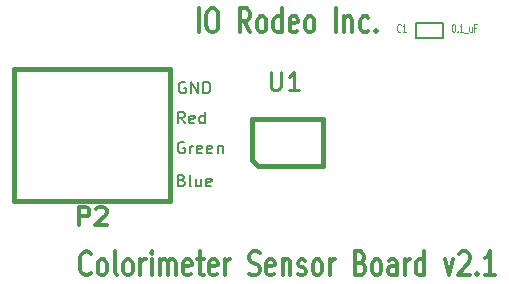
<source format=gto>
G04 (created by PCBNEW-RS274X (2011-07-19)-testing) date Fri 02 Mar 2012 03:23:15 PM PST*
G01*
G70*
G90*
%MOIN*%
G04 Gerber Fmt 3.4, Leading zero omitted, Abs format*
%FSLAX34Y34*%
G04 APERTURE LIST*
%ADD10C,0.006000*%
%ADD11C,0.007900*%
%ADD12C,0.012000*%
%ADD13C,0.015000*%
%ADD14C,0.005000*%
%ADD15C,0.009800*%
%ADD16C,0.004500*%
G04 APERTURE END LIST*
G54D10*
G54D11*
X55478Y-26253D02*
X55534Y-26272D01*
X55553Y-26291D01*
X55572Y-26328D01*
X55572Y-26384D01*
X55553Y-26422D01*
X55534Y-26441D01*
X55497Y-26459D01*
X55347Y-26459D01*
X55347Y-26065D01*
X55478Y-26065D01*
X55516Y-26084D01*
X55534Y-26103D01*
X55553Y-26141D01*
X55553Y-26178D01*
X55534Y-26216D01*
X55516Y-26234D01*
X55478Y-26253D01*
X55347Y-26253D01*
X55797Y-26459D02*
X55760Y-26441D01*
X55741Y-26403D01*
X55741Y-26065D01*
X56116Y-26197D02*
X56116Y-26459D01*
X55947Y-26197D02*
X55947Y-26403D01*
X55966Y-26441D01*
X56003Y-26459D01*
X56059Y-26459D01*
X56097Y-26441D01*
X56116Y-26422D01*
X56453Y-26441D02*
X56415Y-26459D01*
X56340Y-26459D01*
X56303Y-26441D01*
X56284Y-26403D01*
X56284Y-26253D01*
X56303Y-26216D01*
X56340Y-26197D01*
X56415Y-26197D01*
X56453Y-26216D01*
X56472Y-26253D01*
X56472Y-26291D01*
X56284Y-26328D01*
X55565Y-24984D02*
X55528Y-24965D01*
X55471Y-24965D01*
X55415Y-24984D01*
X55378Y-25022D01*
X55359Y-25059D01*
X55340Y-25134D01*
X55340Y-25191D01*
X55359Y-25266D01*
X55378Y-25303D01*
X55415Y-25341D01*
X55471Y-25359D01*
X55509Y-25359D01*
X55565Y-25341D01*
X55584Y-25322D01*
X55584Y-25191D01*
X55509Y-25191D01*
X55753Y-25359D02*
X55753Y-25097D01*
X55753Y-25172D02*
X55772Y-25134D01*
X55790Y-25116D01*
X55828Y-25097D01*
X55865Y-25097D01*
X56147Y-25341D02*
X56109Y-25359D01*
X56034Y-25359D01*
X55997Y-25341D01*
X55978Y-25303D01*
X55978Y-25153D01*
X55997Y-25116D01*
X56034Y-25097D01*
X56109Y-25097D01*
X56147Y-25116D01*
X56166Y-25153D01*
X56166Y-25191D01*
X55978Y-25228D01*
X56485Y-25341D02*
X56447Y-25359D01*
X56372Y-25359D01*
X56335Y-25341D01*
X56316Y-25303D01*
X56316Y-25153D01*
X56335Y-25116D01*
X56372Y-25097D01*
X56447Y-25097D01*
X56485Y-25116D01*
X56504Y-25153D01*
X56504Y-25191D01*
X56316Y-25228D01*
X56673Y-25097D02*
X56673Y-25359D01*
X56673Y-25134D02*
X56692Y-25116D01*
X56729Y-25097D01*
X56785Y-25097D01*
X56823Y-25116D01*
X56842Y-25153D01*
X56842Y-25359D01*
X55575Y-24359D02*
X55444Y-24172D01*
X55350Y-24359D02*
X55350Y-23965D01*
X55500Y-23965D01*
X55537Y-23984D01*
X55556Y-24003D01*
X55575Y-24041D01*
X55575Y-24097D01*
X55556Y-24134D01*
X55537Y-24153D01*
X55500Y-24172D01*
X55350Y-24172D01*
X55894Y-24341D02*
X55856Y-24359D01*
X55781Y-24359D01*
X55744Y-24341D01*
X55725Y-24303D01*
X55725Y-24153D01*
X55744Y-24116D01*
X55781Y-24097D01*
X55856Y-24097D01*
X55894Y-24116D01*
X55913Y-24153D01*
X55913Y-24191D01*
X55725Y-24228D01*
X56251Y-24359D02*
X56251Y-23965D01*
X56251Y-24341D02*
X56213Y-24359D01*
X56138Y-24359D01*
X56101Y-24341D01*
X56082Y-24322D01*
X56063Y-24284D01*
X56063Y-24172D01*
X56082Y-24134D01*
X56101Y-24116D01*
X56138Y-24097D01*
X56213Y-24097D01*
X56251Y-24116D01*
X55600Y-22984D02*
X55563Y-22965D01*
X55506Y-22965D01*
X55450Y-22984D01*
X55413Y-23022D01*
X55394Y-23059D01*
X55375Y-23134D01*
X55375Y-23191D01*
X55394Y-23266D01*
X55413Y-23303D01*
X55450Y-23341D01*
X55506Y-23359D01*
X55544Y-23359D01*
X55600Y-23341D01*
X55619Y-23322D01*
X55619Y-23191D01*
X55544Y-23191D01*
X55788Y-23359D02*
X55788Y-22965D01*
X56013Y-23359D01*
X56013Y-22965D01*
X56201Y-23359D02*
X56201Y-22965D01*
X56295Y-22965D01*
X56351Y-22984D01*
X56388Y-23022D01*
X56407Y-23059D01*
X56426Y-23134D01*
X56426Y-23191D01*
X56407Y-23266D01*
X56388Y-23303D01*
X56351Y-23341D01*
X56295Y-23359D01*
X56201Y-23359D01*
G54D12*
X56043Y-21324D02*
X56043Y-20524D01*
X56443Y-20524D02*
X56557Y-20524D01*
X56615Y-20562D01*
X56672Y-20638D01*
X56700Y-20790D01*
X56700Y-21057D01*
X56672Y-21210D01*
X56615Y-21286D01*
X56557Y-21324D01*
X56443Y-21324D01*
X56386Y-21286D01*
X56329Y-21210D01*
X56300Y-21057D01*
X56300Y-20790D01*
X56329Y-20638D01*
X56386Y-20562D01*
X56443Y-20524D01*
X57758Y-21324D02*
X57558Y-20943D01*
X57415Y-21324D02*
X57415Y-20524D01*
X57643Y-20524D01*
X57701Y-20562D01*
X57729Y-20600D01*
X57758Y-20676D01*
X57758Y-20790D01*
X57729Y-20867D01*
X57701Y-20905D01*
X57643Y-20943D01*
X57415Y-20943D01*
X58101Y-21324D02*
X58043Y-21286D01*
X58015Y-21248D01*
X57986Y-21171D01*
X57986Y-20943D01*
X58015Y-20867D01*
X58043Y-20829D01*
X58101Y-20790D01*
X58186Y-20790D01*
X58243Y-20829D01*
X58272Y-20867D01*
X58301Y-20943D01*
X58301Y-21171D01*
X58272Y-21248D01*
X58243Y-21286D01*
X58186Y-21324D01*
X58101Y-21324D01*
X58815Y-21324D02*
X58815Y-20524D01*
X58815Y-21286D02*
X58758Y-21324D01*
X58644Y-21324D01*
X58586Y-21286D01*
X58558Y-21248D01*
X58529Y-21171D01*
X58529Y-20943D01*
X58558Y-20867D01*
X58586Y-20829D01*
X58644Y-20790D01*
X58758Y-20790D01*
X58815Y-20829D01*
X59329Y-21286D02*
X59272Y-21324D01*
X59158Y-21324D01*
X59101Y-21286D01*
X59072Y-21210D01*
X59072Y-20905D01*
X59101Y-20829D01*
X59158Y-20790D01*
X59272Y-20790D01*
X59329Y-20829D01*
X59358Y-20905D01*
X59358Y-20981D01*
X59072Y-21057D01*
X59701Y-21324D02*
X59643Y-21286D01*
X59615Y-21248D01*
X59586Y-21171D01*
X59586Y-20943D01*
X59615Y-20867D01*
X59643Y-20829D01*
X59701Y-20790D01*
X59786Y-20790D01*
X59843Y-20829D01*
X59872Y-20867D01*
X59901Y-20943D01*
X59901Y-21171D01*
X59872Y-21248D01*
X59843Y-21286D01*
X59786Y-21324D01*
X59701Y-21324D01*
X60615Y-21324D02*
X60615Y-20524D01*
X60901Y-20790D02*
X60901Y-21324D01*
X60901Y-20867D02*
X60929Y-20829D01*
X60987Y-20790D01*
X61072Y-20790D01*
X61129Y-20829D01*
X61158Y-20905D01*
X61158Y-21324D01*
X61701Y-21286D02*
X61644Y-21324D01*
X61530Y-21324D01*
X61472Y-21286D01*
X61444Y-21248D01*
X61415Y-21171D01*
X61415Y-20943D01*
X61444Y-20867D01*
X61472Y-20829D01*
X61530Y-20790D01*
X61644Y-20790D01*
X61701Y-20829D01*
X61958Y-21248D02*
X61986Y-21286D01*
X61958Y-21324D01*
X61929Y-21286D01*
X61958Y-21248D01*
X61958Y-21324D01*
X52445Y-29348D02*
X52416Y-29386D01*
X52330Y-29424D01*
X52273Y-29424D01*
X52188Y-29386D01*
X52130Y-29310D01*
X52102Y-29233D01*
X52073Y-29081D01*
X52073Y-28967D01*
X52102Y-28814D01*
X52130Y-28738D01*
X52188Y-28662D01*
X52273Y-28624D01*
X52330Y-28624D01*
X52416Y-28662D01*
X52445Y-28700D01*
X52788Y-29424D02*
X52730Y-29386D01*
X52702Y-29348D01*
X52673Y-29271D01*
X52673Y-29043D01*
X52702Y-28967D01*
X52730Y-28929D01*
X52788Y-28890D01*
X52873Y-28890D01*
X52930Y-28929D01*
X52959Y-28967D01*
X52988Y-29043D01*
X52988Y-29271D01*
X52959Y-29348D01*
X52930Y-29386D01*
X52873Y-29424D01*
X52788Y-29424D01*
X53331Y-29424D02*
X53273Y-29386D01*
X53245Y-29310D01*
X53245Y-28624D01*
X53645Y-29424D02*
X53587Y-29386D01*
X53559Y-29348D01*
X53530Y-29271D01*
X53530Y-29043D01*
X53559Y-28967D01*
X53587Y-28929D01*
X53645Y-28890D01*
X53730Y-28890D01*
X53787Y-28929D01*
X53816Y-28967D01*
X53845Y-29043D01*
X53845Y-29271D01*
X53816Y-29348D01*
X53787Y-29386D01*
X53730Y-29424D01*
X53645Y-29424D01*
X54102Y-29424D02*
X54102Y-28890D01*
X54102Y-29043D02*
X54130Y-28967D01*
X54159Y-28929D01*
X54216Y-28890D01*
X54273Y-28890D01*
X54473Y-29424D02*
X54473Y-28890D01*
X54473Y-28624D02*
X54444Y-28662D01*
X54473Y-28700D01*
X54501Y-28662D01*
X54473Y-28624D01*
X54473Y-28700D01*
X54759Y-29424D02*
X54759Y-28890D01*
X54759Y-28967D02*
X54787Y-28929D01*
X54845Y-28890D01*
X54930Y-28890D01*
X54987Y-28929D01*
X55016Y-29005D01*
X55016Y-29424D01*
X55016Y-29005D02*
X55045Y-28929D01*
X55102Y-28890D01*
X55187Y-28890D01*
X55245Y-28929D01*
X55273Y-29005D01*
X55273Y-29424D01*
X55787Y-29386D02*
X55730Y-29424D01*
X55616Y-29424D01*
X55559Y-29386D01*
X55530Y-29310D01*
X55530Y-29005D01*
X55559Y-28929D01*
X55616Y-28890D01*
X55730Y-28890D01*
X55787Y-28929D01*
X55816Y-29005D01*
X55816Y-29081D01*
X55530Y-29157D01*
X55987Y-28890D02*
X56216Y-28890D01*
X56073Y-28624D02*
X56073Y-29310D01*
X56101Y-29386D01*
X56159Y-29424D01*
X56216Y-29424D01*
X56644Y-29386D02*
X56587Y-29424D01*
X56473Y-29424D01*
X56416Y-29386D01*
X56387Y-29310D01*
X56387Y-29005D01*
X56416Y-28929D01*
X56473Y-28890D01*
X56587Y-28890D01*
X56644Y-28929D01*
X56673Y-29005D01*
X56673Y-29081D01*
X56387Y-29157D01*
X56930Y-29424D02*
X56930Y-28890D01*
X56930Y-29043D02*
X56958Y-28967D01*
X56987Y-28929D01*
X57044Y-28890D01*
X57101Y-28890D01*
X57729Y-29386D02*
X57815Y-29424D01*
X57958Y-29424D01*
X58015Y-29386D01*
X58044Y-29348D01*
X58072Y-29271D01*
X58072Y-29195D01*
X58044Y-29119D01*
X58015Y-29081D01*
X57958Y-29043D01*
X57844Y-29005D01*
X57786Y-28967D01*
X57758Y-28929D01*
X57729Y-28852D01*
X57729Y-28776D01*
X57758Y-28700D01*
X57786Y-28662D01*
X57844Y-28624D01*
X57986Y-28624D01*
X58072Y-28662D01*
X58557Y-29386D02*
X58500Y-29424D01*
X58386Y-29424D01*
X58329Y-29386D01*
X58300Y-29310D01*
X58300Y-29005D01*
X58329Y-28929D01*
X58386Y-28890D01*
X58500Y-28890D01*
X58557Y-28929D01*
X58586Y-29005D01*
X58586Y-29081D01*
X58300Y-29157D01*
X58843Y-28890D02*
X58843Y-29424D01*
X58843Y-28967D02*
X58871Y-28929D01*
X58929Y-28890D01*
X59014Y-28890D01*
X59071Y-28929D01*
X59100Y-29005D01*
X59100Y-29424D01*
X59357Y-29386D02*
X59414Y-29424D01*
X59529Y-29424D01*
X59586Y-29386D01*
X59614Y-29310D01*
X59614Y-29271D01*
X59586Y-29195D01*
X59529Y-29157D01*
X59443Y-29157D01*
X59386Y-29119D01*
X59357Y-29043D01*
X59357Y-29005D01*
X59386Y-28929D01*
X59443Y-28890D01*
X59529Y-28890D01*
X59586Y-28929D01*
X59958Y-29424D02*
X59900Y-29386D01*
X59872Y-29348D01*
X59843Y-29271D01*
X59843Y-29043D01*
X59872Y-28967D01*
X59900Y-28929D01*
X59958Y-28890D01*
X60043Y-28890D01*
X60100Y-28929D01*
X60129Y-28967D01*
X60158Y-29043D01*
X60158Y-29271D01*
X60129Y-29348D01*
X60100Y-29386D01*
X60043Y-29424D01*
X59958Y-29424D01*
X60415Y-29424D02*
X60415Y-28890D01*
X60415Y-29043D02*
X60443Y-28967D01*
X60472Y-28929D01*
X60529Y-28890D01*
X60586Y-28890D01*
X61443Y-29005D02*
X61529Y-29043D01*
X61557Y-29081D01*
X61586Y-29157D01*
X61586Y-29271D01*
X61557Y-29348D01*
X61529Y-29386D01*
X61471Y-29424D01*
X61243Y-29424D01*
X61243Y-28624D01*
X61443Y-28624D01*
X61500Y-28662D01*
X61529Y-28700D01*
X61557Y-28776D01*
X61557Y-28852D01*
X61529Y-28929D01*
X61500Y-28967D01*
X61443Y-29005D01*
X61243Y-29005D01*
X61929Y-29424D02*
X61871Y-29386D01*
X61843Y-29348D01*
X61814Y-29271D01*
X61814Y-29043D01*
X61843Y-28967D01*
X61871Y-28929D01*
X61929Y-28890D01*
X62014Y-28890D01*
X62071Y-28929D01*
X62100Y-28967D01*
X62129Y-29043D01*
X62129Y-29271D01*
X62100Y-29348D01*
X62071Y-29386D01*
X62014Y-29424D01*
X61929Y-29424D01*
X62643Y-29424D02*
X62643Y-29005D01*
X62614Y-28929D01*
X62557Y-28890D01*
X62443Y-28890D01*
X62386Y-28929D01*
X62643Y-29386D02*
X62586Y-29424D01*
X62443Y-29424D01*
X62386Y-29386D01*
X62357Y-29310D01*
X62357Y-29233D01*
X62386Y-29157D01*
X62443Y-29119D01*
X62586Y-29119D01*
X62643Y-29081D01*
X62929Y-29424D02*
X62929Y-28890D01*
X62929Y-29043D02*
X62957Y-28967D01*
X62986Y-28929D01*
X63043Y-28890D01*
X63100Y-28890D01*
X63557Y-29424D02*
X63557Y-28624D01*
X63557Y-29386D02*
X63500Y-29424D01*
X63386Y-29424D01*
X63328Y-29386D01*
X63300Y-29348D01*
X63271Y-29271D01*
X63271Y-29043D01*
X63300Y-28967D01*
X63328Y-28929D01*
X63386Y-28890D01*
X63500Y-28890D01*
X63557Y-28929D01*
X64243Y-28890D02*
X64386Y-29424D01*
X64528Y-28890D01*
X64728Y-28700D02*
X64757Y-28662D01*
X64814Y-28624D01*
X64957Y-28624D01*
X65014Y-28662D01*
X65043Y-28700D01*
X65071Y-28776D01*
X65071Y-28852D01*
X65043Y-28967D01*
X64700Y-29424D01*
X65071Y-29424D01*
X65328Y-29348D02*
X65356Y-29386D01*
X65328Y-29424D01*
X65299Y-29386D01*
X65328Y-29348D01*
X65328Y-29424D01*
X65928Y-29424D02*
X65585Y-29424D01*
X65757Y-29424D02*
X65757Y-28624D01*
X65700Y-28738D01*
X65642Y-28814D01*
X65585Y-28852D01*
G54D13*
X60181Y-25787D02*
X58016Y-25787D01*
X58016Y-25787D02*
X57819Y-25591D01*
X57819Y-25591D02*
X57819Y-24213D01*
X57819Y-24213D02*
X60181Y-24213D01*
X60181Y-24213D02*
X60181Y-25787D01*
G54D14*
X63300Y-21000D02*
X64200Y-21000D01*
X64200Y-21000D02*
X64200Y-21500D01*
X64200Y-21500D02*
X63300Y-21500D01*
X63300Y-21500D02*
X63300Y-21000D01*
G54D13*
X49900Y-26950D02*
X49900Y-22550D01*
X49900Y-22550D02*
X55100Y-22550D01*
X55100Y-22550D02*
X55100Y-26950D01*
X55100Y-26950D02*
X49900Y-26950D01*
G54D15*
X58441Y-22635D02*
X58441Y-23121D01*
X58469Y-23178D01*
X58498Y-23206D01*
X58555Y-23235D01*
X58669Y-23235D01*
X58727Y-23206D01*
X58755Y-23178D01*
X58784Y-23121D01*
X58784Y-22635D01*
X59384Y-23235D02*
X59041Y-23235D01*
X59213Y-23235D02*
X59213Y-22635D01*
X59156Y-22721D01*
X59098Y-22778D01*
X59041Y-22806D01*
G54D16*
X62771Y-21287D02*
X62762Y-21300D01*
X62736Y-21313D01*
X62719Y-21313D01*
X62694Y-21300D01*
X62676Y-21273D01*
X62668Y-21247D01*
X62659Y-21193D01*
X62659Y-21153D01*
X62668Y-21100D01*
X62676Y-21073D01*
X62694Y-21047D01*
X62719Y-21033D01*
X62736Y-21033D01*
X62762Y-21047D01*
X62771Y-21060D01*
X62942Y-21313D02*
X62839Y-21313D01*
X62891Y-21313D02*
X62891Y-21033D01*
X62874Y-21073D01*
X62856Y-21100D01*
X62839Y-21113D01*
X64536Y-21033D02*
X64553Y-21033D01*
X64570Y-21047D01*
X64579Y-21060D01*
X64588Y-21087D01*
X64596Y-21140D01*
X64596Y-21207D01*
X64588Y-21260D01*
X64579Y-21287D01*
X64570Y-21300D01*
X64553Y-21313D01*
X64536Y-21313D01*
X64519Y-21300D01*
X64510Y-21287D01*
X64502Y-21260D01*
X64493Y-21207D01*
X64493Y-21140D01*
X64502Y-21087D01*
X64510Y-21060D01*
X64519Y-21047D01*
X64536Y-21033D01*
X64673Y-21287D02*
X64681Y-21300D01*
X64673Y-21313D01*
X64664Y-21300D01*
X64673Y-21287D01*
X64673Y-21313D01*
X64853Y-21313D02*
X64750Y-21313D01*
X64802Y-21313D02*
X64802Y-21033D01*
X64785Y-21073D01*
X64767Y-21100D01*
X64750Y-21113D01*
X64887Y-21340D02*
X65024Y-21340D01*
X65144Y-21127D02*
X65144Y-21313D01*
X65067Y-21127D02*
X65067Y-21273D01*
X65075Y-21300D01*
X65093Y-21313D01*
X65118Y-21313D01*
X65135Y-21300D01*
X65144Y-21287D01*
X65290Y-21167D02*
X65230Y-21167D01*
X65230Y-21313D02*
X65230Y-21033D01*
X65316Y-21033D01*
G54D12*
X52058Y-27743D02*
X52058Y-27143D01*
X52286Y-27143D01*
X52344Y-27171D01*
X52372Y-27200D01*
X52401Y-27257D01*
X52401Y-27343D01*
X52372Y-27400D01*
X52344Y-27429D01*
X52286Y-27457D01*
X52058Y-27457D01*
X52629Y-27200D02*
X52658Y-27171D01*
X52715Y-27143D01*
X52858Y-27143D01*
X52915Y-27171D01*
X52944Y-27200D01*
X52972Y-27257D01*
X52972Y-27314D01*
X52944Y-27400D01*
X52601Y-27743D01*
X52972Y-27743D01*
M02*

</source>
